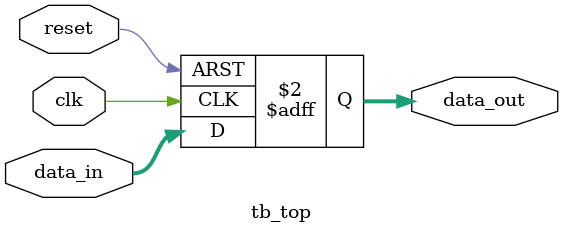
<source format=sv>

module tb_top (
    input  logic        clk,
    input  logic        reset,
    input  logic [7:0]  data_in,
    output logic [7:0]  data_out
);

always_ff @(posedge clk or posedge reset) begin
    if (reset)
        data_out <= 8'h00;
    else
        data_out <= data_in;
end

endmodule

</source>
